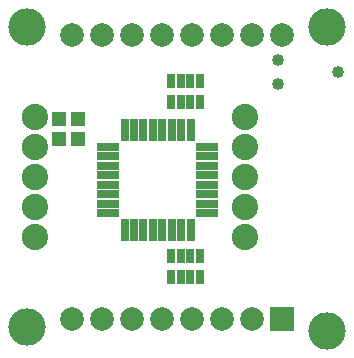
<source format=gbs>
G04 DipTrace 2.4.0.1*
%INminishift.backmask.gbs*%
%MOIN*%
%ADD30C,0.125*%
%ADD31C,0.04*%
%ADD37R,0.0295X0.0453*%
%ADD39C,0.0787*%
%ADD41R,0.0787X0.0787*%
%ADD43R,0.0276X0.0748*%
%ADD45R,0.0748X0.0276*%
%ADD47C,0.0879*%
%ADD49R,0.0472X0.0512*%
%FSLAX44Y44*%
G04*
G70*
G90*
G75*
G01*
%LNBotMask*%
%LPD*%
D49*
X6312Y12188D3*
Y11519D3*
X6937Y12188D3*
Y11519D3*
D47*
X5500Y8250D3*
Y9250D3*
Y10250D3*
Y11250D3*
Y12250D3*
X12500D3*
Y11250D3*
Y10250D3*
Y9250D3*
Y8250D3*
D30*
X15250Y15250D3*
X15251Y5125D3*
X5250Y5250D3*
Y15250D3*
D45*
X11250Y11250D3*
Y10935D3*
Y10620D3*
Y10305D3*
Y9990D3*
Y9675D3*
Y9360D3*
Y9045D3*
D43*
X10699Y8494D3*
X10384D3*
X10069D3*
X9754D3*
X9439D3*
X9124D3*
X8809D3*
X8494D3*
D45*
X7943Y9045D3*
Y9360D3*
Y9675D3*
Y9990D3*
Y10305D3*
Y10620D3*
Y10935D3*
Y11250D3*
D43*
X8494Y11801D3*
X8809D3*
X9124D3*
X9439D3*
X9754D3*
X10069D3*
X10384D3*
X10699D3*
D41*
X13750Y5526D3*
D39*
X12750D3*
X11750D3*
X10750D3*
X9750D3*
X8750D3*
X7750D3*
X6750D3*
Y14975D3*
X7750D3*
X8750D3*
X9750D3*
X10750D3*
X11750D3*
X12750D3*
X13750D3*
D37*
X11000Y12750D3*
X10685D3*
X10370D3*
X10055D3*
Y13459D3*
X10370D3*
X10685D3*
X11000D3*
X10055Y7625D3*
X10370D3*
X10685D3*
X11000D3*
Y6917D3*
X10685D3*
X10370D3*
X10055D3*
D31*
X15625Y13750D3*
X13625Y13350D3*
Y14150D3*
M02*

</source>
